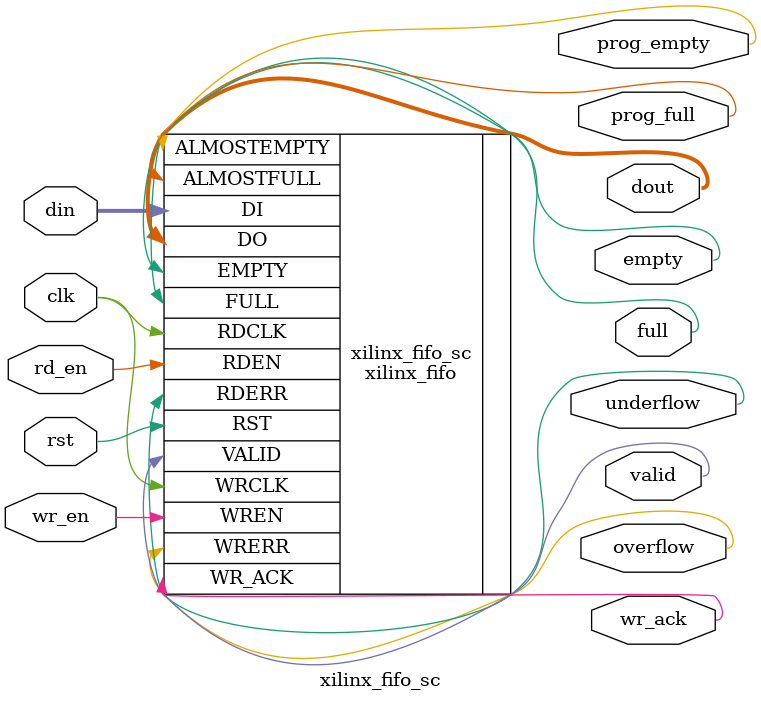
<source format=v>
/* 
 * xilinx_fifo_sc.v
 * 
 * Copyright (c) 2007 Koen De Vleeschauwer. 
 * 
 * THIS SOFTWARE IS PROVIDED BY THE AUTHOR AND CONTRIBUTORS ``AS IS'' AND 
 * ANY EXPRESS OR IMPLIED WARRANTIES, INCLUDING, BUT NOT LIMITED TO, THE 
 * IMPLIED WARRANTIES OF MERCHANTABILITY AND FITNESS FOR A PARTICULAR PURPOSE 
 * ARE DISCLAIMED. IN NO EVENT SHALL THE AUTHOR OR CONTRIBUTORS BE LIABLE 
 * FOR ANY DIRECT, INDIRECT, INCIDENTAL, SPECIAL, EXEMPLARY, OR CONSEQUENTIAL 
 * DAMAGES (INCLUDING, BUT NOT LIMITED TO, PROCUREMENT OF SUBSTITUTE GOODS 
 * OR SERVICES; LOSS OF USE, DATA, OR PROFITS; OR BUSINESS INTERRUPTION) 
 * HOWEVER CAUSED AND ON ANY THEORY OF LIABILITY, WHETHER IN CONTRACT, STRICT 
 * LIABILITY, OR TORT (INCLUDING NEGLIGENCE OR OTHERWISE) ARISING IN ANY WAY 
 * OUT OF THE USE OF THIS SOFTWARE, EVEN IF ADVISED OF THE POSSIBILITY OF 
 * SUCH DAMAGE.
 */

/*
 * fifo with common clock for read and write port.
 */

`include "timescale.v"

module xilinx_fifo_sc (
	clk,
	rst,
	din,
	wr_en,
	full,
	wr_ack,
	overflow,
	prog_full,
	dout,
	rd_en,
	empty,
	valid,
	underflow,
	prog_empty
        );

  parameter [8:0]dta_width=9'd8;      /* Data bus width */
  parameter [8:0]addr_width=9'd8;     /* Address bus width, determines fifo size by evaluating 2^addr_width */
  parameter [8:0]prog_thresh=9'd1;    /* Programmable threshold constant for prog_empty and prog_full */
  
  input          clk;
  input          rst;         /* low active sync master reset */
  /* read port */
  output [dta_width-1:0]dout; /* data output */
  input          rd_en;       /* read enable */
  output         empty;       /* asserted if fifo is empty; no additional reads can be performed */
  output         valid;       /* valid (read acknowledge): indicates rd_en was asserted during previous clock cycle and data was succesfully read from fifo and placed on dout */
  output         underflow;   /* underflow (read error): indicates rd_en was asserted during previous clock cycle but no data was read from fifo because fifo was empty */
  output         prog_empty;  /* indicates the fifo has prog_thresh entries, or less. threshold for asserting prog_empty is prog_thresh */
  /* write port */
  input  [dta_width-1:0]din;  /* data input */
  input          wr_en;       /* write enable */
  output         full;        /* asserted if fifo is full; no additional writes can be performed */
  output         overflow;    /* overflow (write error): indicates wr_en was asserted during previous clock cycle but no data was written to fifo because fifo was full */
  output         wr_ack;      /* write acknowledge: indicates wr_en was asserted during previous clock cycle and data was succesfully written to fifo */
  output         prog_full;   /* indicates the fifo has prog_thresh free entries, or less, left. threshold for asserting prog_full is 2^addr_width - prog_thresh */

  /* Writing when the fifo is full, or reading while the fifo is empty, does not destroy the contents of the fifo. */

  xilinx_fifo #(
    .ALMOST_FULL_OFFSET(prog_thresh),
    .ALMOST_EMPTY_OFFSET(prog_thresh),
    .DATA_WIDTH(dta_width),
    .ADDR_WIDTH(addr_width),
    .DO_REG(0),
    .EN_SYN("TRUE")
    )
  xilinx_fifo_sc (
    .ALMOSTEMPTY(prog_empty), 
    .ALMOSTFULL(prog_full), 
    .DO(dout), 
    .EMPTY(empty), 
    .FULL(full), 
    .RDERR(underflow), 
    .VALID(valid),
    .WRERR(overflow), 
    .WR_ACK(wr_ack),
    .DI(din), 
    .RDCLK(clk), 
    .RDEN(rd_en), 
    .RST(rst), 
    .WRCLK(clk), 
    .WREN(wr_en)
     );

`ifdef CHECK_GENERATE
    initial 
      $display("%m: fifo parameters: dta_width=%0d addr_width=%0d prog_thresh=%0d", dta_width, addr_width, prog_thresh);
`endif

endmodule
/* not truncated */

</source>
